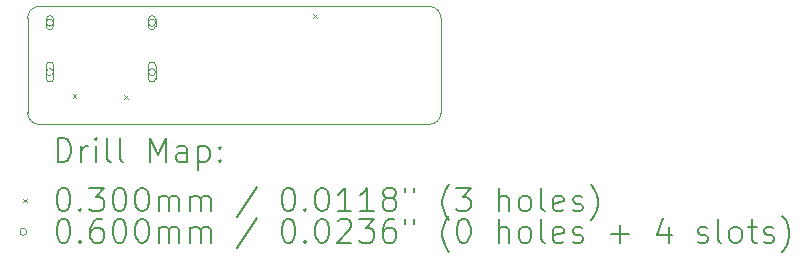
<source format=gbr>
%TF.GenerationSoftware,KiCad,Pcbnew,8.0.3*%
%TF.CreationDate,2024-07-23T17:57:54+08:00*%
%TF.ProjectId,udb-s,7564622d-732e-46b6-9963-61645f706362,rev?*%
%TF.SameCoordinates,Original*%
%TF.FileFunction,Drillmap*%
%TF.FilePolarity,Positive*%
%FSLAX45Y45*%
G04 Gerber Fmt 4.5, Leading zero omitted, Abs format (unit mm)*
G04 Created by KiCad (PCBNEW 8.0.3) date 2024-07-23 17:57:54*
%MOMM*%
%LPD*%
G01*
G04 APERTURE LIST*
%ADD10C,0.100000*%
%ADD11C,0.200000*%
G04 APERTURE END LIST*
D10*
X14350000Y-4050000D02*
X14350000Y-3250000D01*
X14350000Y-3250000D02*
G75*
G02*
X14450000Y-3150000I100000J0D01*
G01*
X14450000Y-3150000D02*
X17750000Y-3150000D01*
X14450000Y-4150000D02*
G75*
G02*
X14350000Y-4050000I0J100000D01*
G01*
X17850000Y-3250000D02*
X17850000Y-4050000D01*
X17750000Y-3150000D02*
G75*
G02*
X17850000Y-3250000I0J-100000D01*
G01*
X17850000Y-4050000D02*
G75*
G02*
X17750000Y-4150000I-100000J0D01*
G01*
X17750000Y-4150000D02*
X14450000Y-4150000D01*
D11*
D10*
X14732500Y-3895000D02*
X14762500Y-3925000D01*
X14762500Y-3895000D02*
X14732500Y-3925000D01*
X15167500Y-3902500D02*
X15197500Y-3932500D01*
X15197500Y-3902500D02*
X15167500Y-3932500D01*
X16770000Y-3215000D02*
X16800000Y-3245000D01*
X16800000Y-3215000D02*
X16770000Y-3245000D01*
X14569500Y-3288000D02*
G75*
G02*
X14509500Y-3288000I-30000J0D01*
G01*
X14509500Y-3288000D02*
G75*
G02*
X14569500Y-3288000I30000J0D01*
G01*
X14569500Y-3318000D02*
X14569500Y-3258000D01*
X14509500Y-3258000D02*
G75*
G02*
X14569500Y-3258000I30000J0D01*
G01*
X14509500Y-3258000D02*
X14509500Y-3318000D01*
X14509500Y-3318000D02*
G75*
G03*
X14569500Y-3318000I30000J0D01*
G01*
X14569500Y-3706000D02*
G75*
G02*
X14509500Y-3706000I-30000J0D01*
G01*
X14509500Y-3706000D02*
G75*
G02*
X14569500Y-3706000I30000J0D01*
G01*
X14569500Y-3761000D02*
X14569500Y-3651000D01*
X14509500Y-3651000D02*
G75*
G02*
X14569500Y-3651000I30000J0D01*
G01*
X14509500Y-3651000D02*
X14509500Y-3761000D01*
X14509500Y-3761000D02*
G75*
G03*
X14569500Y-3761000I30000J0D01*
G01*
X15433500Y-3288000D02*
G75*
G02*
X15373500Y-3288000I-30000J0D01*
G01*
X15373500Y-3288000D02*
G75*
G02*
X15433500Y-3288000I30000J0D01*
G01*
X15433500Y-3318000D02*
X15433500Y-3258000D01*
X15373500Y-3258000D02*
G75*
G02*
X15433500Y-3258000I30000J0D01*
G01*
X15373500Y-3258000D02*
X15373500Y-3318000D01*
X15373500Y-3318000D02*
G75*
G03*
X15433500Y-3318000I30000J0D01*
G01*
X15433500Y-3706000D02*
G75*
G02*
X15373500Y-3706000I-30000J0D01*
G01*
X15373500Y-3706000D02*
G75*
G02*
X15433500Y-3706000I30000J0D01*
G01*
X15433500Y-3761000D02*
X15433500Y-3651000D01*
X15373500Y-3651000D02*
G75*
G02*
X15433500Y-3651000I30000J0D01*
G01*
X15373500Y-3651000D02*
X15373500Y-3761000D01*
X15373500Y-3761000D02*
G75*
G03*
X15433500Y-3761000I30000J0D01*
G01*
D11*
X14605777Y-4466484D02*
X14605777Y-4266484D01*
X14605777Y-4266484D02*
X14653396Y-4266484D01*
X14653396Y-4266484D02*
X14681967Y-4276008D01*
X14681967Y-4276008D02*
X14701015Y-4295055D01*
X14701015Y-4295055D02*
X14710539Y-4314103D01*
X14710539Y-4314103D02*
X14720062Y-4352198D01*
X14720062Y-4352198D02*
X14720062Y-4380770D01*
X14720062Y-4380770D02*
X14710539Y-4418865D01*
X14710539Y-4418865D02*
X14701015Y-4437912D01*
X14701015Y-4437912D02*
X14681967Y-4456960D01*
X14681967Y-4456960D02*
X14653396Y-4466484D01*
X14653396Y-4466484D02*
X14605777Y-4466484D01*
X14805777Y-4466484D02*
X14805777Y-4333150D01*
X14805777Y-4371246D02*
X14815301Y-4352198D01*
X14815301Y-4352198D02*
X14824824Y-4342674D01*
X14824824Y-4342674D02*
X14843872Y-4333150D01*
X14843872Y-4333150D02*
X14862920Y-4333150D01*
X14929586Y-4466484D02*
X14929586Y-4333150D01*
X14929586Y-4266484D02*
X14920062Y-4276008D01*
X14920062Y-4276008D02*
X14929586Y-4285531D01*
X14929586Y-4285531D02*
X14939110Y-4276008D01*
X14939110Y-4276008D02*
X14929586Y-4266484D01*
X14929586Y-4266484D02*
X14929586Y-4285531D01*
X15053396Y-4466484D02*
X15034348Y-4456960D01*
X15034348Y-4456960D02*
X15024824Y-4437912D01*
X15024824Y-4437912D02*
X15024824Y-4266484D01*
X15158158Y-4466484D02*
X15139110Y-4456960D01*
X15139110Y-4456960D02*
X15129586Y-4437912D01*
X15129586Y-4437912D02*
X15129586Y-4266484D01*
X15386729Y-4466484D02*
X15386729Y-4266484D01*
X15386729Y-4266484D02*
X15453396Y-4409341D01*
X15453396Y-4409341D02*
X15520062Y-4266484D01*
X15520062Y-4266484D02*
X15520062Y-4466484D01*
X15701015Y-4466484D02*
X15701015Y-4361722D01*
X15701015Y-4361722D02*
X15691491Y-4342674D01*
X15691491Y-4342674D02*
X15672443Y-4333150D01*
X15672443Y-4333150D02*
X15634348Y-4333150D01*
X15634348Y-4333150D02*
X15615301Y-4342674D01*
X15701015Y-4456960D02*
X15681967Y-4466484D01*
X15681967Y-4466484D02*
X15634348Y-4466484D01*
X15634348Y-4466484D02*
X15615301Y-4456960D01*
X15615301Y-4456960D02*
X15605777Y-4437912D01*
X15605777Y-4437912D02*
X15605777Y-4418865D01*
X15605777Y-4418865D02*
X15615301Y-4399817D01*
X15615301Y-4399817D02*
X15634348Y-4390293D01*
X15634348Y-4390293D02*
X15681967Y-4390293D01*
X15681967Y-4390293D02*
X15701015Y-4380770D01*
X15796253Y-4333150D02*
X15796253Y-4533150D01*
X15796253Y-4342674D02*
X15815301Y-4333150D01*
X15815301Y-4333150D02*
X15853396Y-4333150D01*
X15853396Y-4333150D02*
X15872443Y-4342674D01*
X15872443Y-4342674D02*
X15881967Y-4352198D01*
X15881967Y-4352198D02*
X15891491Y-4371246D01*
X15891491Y-4371246D02*
X15891491Y-4428389D01*
X15891491Y-4428389D02*
X15881967Y-4447436D01*
X15881967Y-4447436D02*
X15872443Y-4456960D01*
X15872443Y-4456960D02*
X15853396Y-4466484D01*
X15853396Y-4466484D02*
X15815301Y-4466484D01*
X15815301Y-4466484D02*
X15796253Y-4456960D01*
X15977205Y-4447436D02*
X15986729Y-4456960D01*
X15986729Y-4456960D02*
X15977205Y-4466484D01*
X15977205Y-4466484D02*
X15967682Y-4456960D01*
X15967682Y-4456960D02*
X15977205Y-4447436D01*
X15977205Y-4447436D02*
X15977205Y-4466484D01*
X15977205Y-4342674D02*
X15986729Y-4352198D01*
X15986729Y-4352198D02*
X15977205Y-4361722D01*
X15977205Y-4361722D02*
X15967682Y-4352198D01*
X15967682Y-4352198D02*
X15977205Y-4342674D01*
X15977205Y-4342674D02*
X15977205Y-4361722D01*
D10*
X14315000Y-4780000D02*
X14345000Y-4810000D01*
X14345000Y-4780000D02*
X14315000Y-4810000D01*
D11*
X14643872Y-4686484D02*
X14662920Y-4686484D01*
X14662920Y-4686484D02*
X14681967Y-4696008D01*
X14681967Y-4696008D02*
X14691491Y-4705531D01*
X14691491Y-4705531D02*
X14701015Y-4724579D01*
X14701015Y-4724579D02*
X14710539Y-4762674D01*
X14710539Y-4762674D02*
X14710539Y-4810293D01*
X14710539Y-4810293D02*
X14701015Y-4848389D01*
X14701015Y-4848389D02*
X14691491Y-4867436D01*
X14691491Y-4867436D02*
X14681967Y-4876960D01*
X14681967Y-4876960D02*
X14662920Y-4886484D01*
X14662920Y-4886484D02*
X14643872Y-4886484D01*
X14643872Y-4886484D02*
X14624824Y-4876960D01*
X14624824Y-4876960D02*
X14615301Y-4867436D01*
X14615301Y-4867436D02*
X14605777Y-4848389D01*
X14605777Y-4848389D02*
X14596253Y-4810293D01*
X14596253Y-4810293D02*
X14596253Y-4762674D01*
X14596253Y-4762674D02*
X14605777Y-4724579D01*
X14605777Y-4724579D02*
X14615301Y-4705531D01*
X14615301Y-4705531D02*
X14624824Y-4696008D01*
X14624824Y-4696008D02*
X14643872Y-4686484D01*
X14796253Y-4867436D02*
X14805777Y-4876960D01*
X14805777Y-4876960D02*
X14796253Y-4886484D01*
X14796253Y-4886484D02*
X14786729Y-4876960D01*
X14786729Y-4876960D02*
X14796253Y-4867436D01*
X14796253Y-4867436D02*
X14796253Y-4886484D01*
X14872443Y-4686484D02*
X14996253Y-4686484D01*
X14996253Y-4686484D02*
X14929586Y-4762674D01*
X14929586Y-4762674D02*
X14958158Y-4762674D01*
X14958158Y-4762674D02*
X14977205Y-4772198D01*
X14977205Y-4772198D02*
X14986729Y-4781722D01*
X14986729Y-4781722D02*
X14996253Y-4800770D01*
X14996253Y-4800770D02*
X14996253Y-4848389D01*
X14996253Y-4848389D02*
X14986729Y-4867436D01*
X14986729Y-4867436D02*
X14977205Y-4876960D01*
X14977205Y-4876960D02*
X14958158Y-4886484D01*
X14958158Y-4886484D02*
X14901015Y-4886484D01*
X14901015Y-4886484D02*
X14881967Y-4876960D01*
X14881967Y-4876960D02*
X14872443Y-4867436D01*
X15120062Y-4686484D02*
X15139110Y-4686484D01*
X15139110Y-4686484D02*
X15158158Y-4696008D01*
X15158158Y-4696008D02*
X15167682Y-4705531D01*
X15167682Y-4705531D02*
X15177205Y-4724579D01*
X15177205Y-4724579D02*
X15186729Y-4762674D01*
X15186729Y-4762674D02*
X15186729Y-4810293D01*
X15186729Y-4810293D02*
X15177205Y-4848389D01*
X15177205Y-4848389D02*
X15167682Y-4867436D01*
X15167682Y-4867436D02*
X15158158Y-4876960D01*
X15158158Y-4876960D02*
X15139110Y-4886484D01*
X15139110Y-4886484D02*
X15120062Y-4886484D01*
X15120062Y-4886484D02*
X15101015Y-4876960D01*
X15101015Y-4876960D02*
X15091491Y-4867436D01*
X15091491Y-4867436D02*
X15081967Y-4848389D01*
X15081967Y-4848389D02*
X15072443Y-4810293D01*
X15072443Y-4810293D02*
X15072443Y-4762674D01*
X15072443Y-4762674D02*
X15081967Y-4724579D01*
X15081967Y-4724579D02*
X15091491Y-4705531D01*
X15091491Y-4705531D02*
X15101015Y-4696008D01*
X15101015Y-4696008D02*
X15120062Y-4686484D01*
X15310539Y-4686484D02*
X15329586Y-4686484D01*
X15329586Y-4686484D02*
X15348634Y-4696008D01*
X15348634Y-4696008D02*
X15358158Y-4705531D01*
X15358158Y-4705531D02*
X15367682Y-4724579D01*
X15367682Y-4724579D02*
X15377205Y-4762674D01*
X15377205Y-4762674D02*
X15377205Y-4810293D01*
X15377205Y-4810293D02*
X15367682Y-4848389D01*
X15367682Y-4848389D02*
X15358158Y-4867436D01*
X15358158Y-4867436D02*
X15348634Y-4876960D01*
X15348634Y-4876960D02*
X15329586Y-4886484D01*
X15329586Y-4886484D02*
X15310539Y-4886484D01*
X15310539Y-4886484D02*
X15291491Y-4876960D01*
X15291491Y-4876960D02*
X15281967Y-4867436D01*
X15281967Y-4867436D02*
X15272443Y-4848389D01*
X15272443Y-4848389D02*
X15262920Y-4810293D01*
X15262920Y-4810293D02*
X15262920Y-4762674D01*
X15262920Y-4762674D02*
X15272443Y-4724579D01*
X15272443Y-4724579D02*
X15281967Y-4705531D01*
X15281967Y-4705531D02*
X15291491Y-4696008D01*
X15291491Y-4696008D02*
X15310539Y-4686484D01*
X15462920Y-4886484D02*
X15462920Y-4753150D01*
X15462920Y-4772198D02*
X15472443Y-4762674D01*
X15472443Y-4762674D02*
X15491491Y-4753150D01*
X15491491Y-4753150D02*
X15520063Y-4753150D01*
X15520063Y-4753150D02*
X15539110Y-4762674D01*
X15539110Y-4762674D02*
X15548634Y-4781722D01*
X15548634Y-4781722D02*
X15548634Y-4886484D01*
X15548634Y-4781722D02*
X15558158Y-4762674D01*
X15558158Y-4762674D02*
X15577205Y-4753150D01*
X15577205Y-4753150D02*
X15605777Y-4753150D01*
X15605777Y-4753150D02*
X15624824Y-4762674D01*
X15624824Y-4762674D02*
X15634348Y-4781722D01*
X15634348Y-4781722D02*
X15634348Y-4886484D01*
X15729586Y-4886484D02*
X15729586Y-4753150D01*
X15729586Y-4772198D02*
X15739110Y-4762674D01*
X15739110Y-4762674D02*
X15758158Y-4753150D01*
X15758158Y-4753150D02*
X15786729Y-4753150D01*
X15786729Y-4753150D02*
X15805777Y-4762674D01*
X15805777Y-4762674D02*
X15815301Y-4781722D01*
X15815301Y-4781722D02*
X15815301Y-4886484D01*
X15815301Y-4781722D02*
X15824824Y-4762674D01*
X15824824Y-4762674D02*
X15843872Y-4753150D01*
X15843872Y-4753150D02*
X15872443Y-4753150D01*
X15872443Y-4753150D02*
X15891491Y-4762674D01*
X15891491Y-4762674D02*
X15901015Y-4781722D01*
X15901015Y-4781722D02*
X15901015Y-4886484D01*
X16291491Y-4676960D02*
X16120063Y-4934103D01*
X16548634Y-4686484D02*
X16567682Y-4686484D01*
X16567682Y-4686484D02*
X16586729Y-4696008D01*
X16586729Y-4696008D02*
X16596253Y-4705531D01*
X16596253Y-4705531D02*
X16605777Y-4724579D01*
X16605777Y-4724579D02*
X16615301Y-4762674D01*
X16615301Y-4762674D02*
X16615301Y-4810293D01*
X16615301Y-4810293D02*
X16605777Y-4848389D01*
X16605777Y-4848389D02*
X16596253Y-4867436D01*
X16596253Y-4867436D02*
X16586729Y-4876960D01*
X16586729Y-4876960D02*
X16567682Y-4886484D01*
X16567682Y-4886484D02*
X16548634Y-4886484D01*
X16548634Y-4886484D02*
X16529586Y-4876960D01*
X16529586Y-4876960D02*
X16520063Y-4867436D01*
X16520063Y-4867436D02*
X16510539Y-4848389D01*
X16510539Y-4848389D02*
X16501015Y-4810293D01*
X16501015Y-4810293D02*
X16501015Y-4762674D01*
X16501015Y-4762674D02*
X16510539Y-4724579D01*
X16510539Y-4724579D02*
X16520063Y-4705531D01*
X16520063Y-4705531D02*
X16529586Y-4696008D01*
X16529586Y-4696008D02*
X16548634Y-4686484D01*
X16701015Y-4867436D02*
X16710539Y-4876960D01*
X16710539Y-4876960D02*
X16701015Y-4886484D01*
X16701015Y-4886484D02*
X16691491Y-4876960D01*
X16691491Y-4876960D02*
X16701015Y-4867436D01*
X16701015Y-4867436D02*
X16701015Y-4886484D01*
X16834348Y-4686484D02*
X16853396Y-4686484D01*
X16853396Y-4686484D02*
X16872444Y-4696008D01*
X16872444Y-4696008D02*
X16881968Y-4705531D01*
X16881968Y-4705531D02*
X16891491Y-4724579D01*
X16891491Y-4724579D02*
X16901015Y-4762674D01*
X16901015Y-4762674D02*
X16901015Y-4810293D01*
X16901015Y-4810293D02*
X16891491Y-4848389D01*
X16891491Y-4848389D02*
X16881968Y-4867436D01*
X16881968Y-4867436D02*
X16872444Y-4876960D01*
X16872444Y-4876960D02*
X16853396Y-4886484D01*
X16853396Y-4886484D02*
X16834348Y-4886484D01*
X16834348Y-4886484D02*
X16815301Y-4876960D01*
X16815301Y-4876960D02*
X16805777Y-4867436D01*
X16805777Y-4867436D02*
X16796253Y-4848389D01*
X16796253Y-4848389D02*
X16786729Y-4810293D01*
X16786729Y-4810293D02*
X16786729Y-4762674D01*
X16786729Y-4762674D02*
X16796253Y-4724579D01*
X16796253Y-4724579D02*
X16805777Y-4705531D01*
X16805777Y-4705531D02*
X16815301Y-4696008D01*
X16815301Y-4696008D02*
X16834348Y-4686484D01*
X17091491Y-4886484D02*
X16977206Y-4886484D01*
X17034348Y-4886484D02*
X17034348Y-4686484D01*
X17034348Y-4686484D02*
X17015301Y-4715055D01*
X17015301Y-4715055D02*
X16996253Y-4734103D01*
X16996253Y-4734103D02*
X16977206Y-4743627D01*
X17281968Y-4886484D02*
X17167682Y-4886484D01*
X17224825Y-4886484D02*
X17224825Y-4686484D01*
X17224825Y-4686484D02*
X17205777Y-4715055D01*
X17205777Y-4715055D02*
X17186729Y-4734103D01*
X17186729Y-4734103D02*
X17167682Y-4743627D01*
X17396253Y-4772198D02*
X17377206Y-4762674D01*
X17377206Y-4762674D02*
X17367682Y-4753150D01*
X17367682Y-4753150D02*
X17358158Y-4734103D01*
X17358158Y-4734103D02*
X17358158Y-4724579D01*
X17358158Y-4724579D02*
X17367682Y-4705531D01*
X17367682Y-4705531D02*
X17377206Y-4696008D01*
X17377206Y-4696008D02*
X17396253Y-4686484D01*
X17396253Y-4686484D02*
X17434349Y-4686484D01*
X17434349Y-4686484D02*
X17453396Y-4696008D01*
X17453396Y-4696008D02*
X17462920Y-4705531D01*
X17462920Y-4705531D02*
X17472444Y-4724579D01*
X17472444Y-4724579D02*
X17472444Y-4734103D01*
X17472444Y-4734103D02*
X17462920Y-4753150D01*
X17462920Y-4753150D02*
X17453396Y-4762674D01*
X17453396Y-4762674D02*
X17434349Y-4772198D01*
X17434349Y-4772198D02*
X17396253Y-4772198D01*
X17396253Y-4772198D02*
X17377206Y-4781722D01*
X17377206Y-4781722D02*
X17367682Y-4791246D01*
X17367682Y-4791246D02*
X17358158Y-4810293D01*
X17358158Y-4810293D02*
X17358158Y-4848389D01*
X17358158Y-4848389D02*
X17367682Y-4867436D01*
X17367682Y-4867436D02*
X17377206Y-4876960D01*
X17377206Y-4876960D02*
X17396253Y-4886484D01*
X17396253Y-4886484D02*
X17434349Y-4886484D01*
X17434349Y-4886484D02*
X17453396Y-4876960D01*
X17453396Y-4876960D02*
X17462920Y-4867436D01*
X17462920Y-4867436D02*
X17472444Y-4848389D01*
X17472444Y-4848389D02*
X17472444Y-4810293D01*
X17472444Y-4810293D02*
X17462920Y-4791246D01*
X17462920Y-4791246D02*
X17453396Y-4781722D01*
X17453396Y-4781722D02*
X17434349Y-4772198D01*
X17548634Y-4686484D02*
X17548634Y-4724579D01*
X17624825Y-4686484D02*
X17624825Y-4724579D01*
X17920063Y-4962674D02*
X17910539Y-4953150D01*
X17910539Y-4953150D02*
X17891491Y-4924579D01*
X17891491Y-4924579D02*
X17881968Y-4905531D01*
X17881968Y-4905531D02*
X17872444Y-4876960D01*
X17872444Y-4876960D02*
X17862920Y-4829341D01*
X17862920Y-4829341D02*
X17862920Y-4791246D01*
X17862920Y-4791246D02*
X17872444Y-4743627D01*
X17872444Y-4743627D02*
X17881968Y-4715055D01*
X17881968Y-4715055D02*
X17891491Y-4696008D01*
X17891491Y-4696008D02*
X17910539Y-4667436D01*
X17910539Y-4667436D02*
X17920063Y-4657912D01*
X17977206Y-4686484D02*
X18101015Y-4686484D01*
X18101015Y-4686484D02*
X18034349Y-4762674D01*
X18034349Y-4762674D02*
X18062920Y-4762674D01*
X18062920Y-4762674D02*
X18081968Y-4772198D01*
X18081968Y-4772198D02*
X18091491Y-4781722D01*
X18091491Y-4781722D02*
X18101015Y-4800770D01*
X18101015Y-4800770D02*
X18101015Y-4848389D01*
X18101015Y-4848389D02*
X18091491Y-4867436D01*
X18091491Y-4867436D02*
X18081968Y-4876960D01*
X18081968Y-4876960D02*
X18062920Y-4886484D01*
X18062920Y-4886484D02*
X18005777Y-4886484D01*
X18005777Y-4886484D02*
X17986730Y-4876960D01*
X17986730Y-4876960D02*
X17977206Y-4867436D01*
X18339111Y-4886484D02*
X18339111Y-4686484D01*
X18424825Y-4886484D02*
X18424825Y-4781722D01*
X18424825Y-4781722D02*
X18415301Y-4762674D01*
X18415301Y-4762674D02*
X18396253Y-4753150D01*
X18396253Y-4753150D02*
X18367682Y-4753150D01*
X18367682Y-4753150D02*
X18348634Y-4762674D01*
X18348634Y-4762674D02*
X18339111Y-4772198D01*
X18548634Y-4886484D02*
X18529587Y-4876960D01*
X18529587Y-4876960D02*
X18520063Y-4867436D01*
X18520063Y-4867436D02*
X18510539Y-4848389D01*
X18510539Y-4848389D02*
X18510539Y-4791246D01*
X18510539Y-4791246D02*
X18520063Y-4772198D01*
X18520063Y-4772198D02*
X18529587Y-4762674D01*
X18529587Y-4762674D02*
X18548634Y-4753150D01*
X18548634Y-4753150D02*
X18577206Y-4753150D01*
X18577206Y-4753150D02*
X18596253Y-4762674D01*
X18596253Y-4762674D02*
X18605777Y-4772198D01*
X18605777Y-4772198D02*
X18615301Y-4791246D01*
X18615301Y-4791246D02*
X18615301Y-4848389D01*
X18615301Y-4848389D02*
X18605777Y-4867436D01*
X18605777Y-4867436D02*
X18596253Y-4876960D01*
X18596253Y-4876960D02*
X18577206Y-4886484D01*
X18577206Y-4886484D02*
X18548634Y-4886484D01*
X18729587Y-4886484D02*
X18710539Y-4876960D01*
X18710539Y-4876960D02*
X18701015Y-4857912D01*
X18701015Y-4857912D02*
X18701015Y-4686484D01*
X18881968Y-4876960D02*
X18862920Y-4886484D01*
X18862920Y-4886484D02*
X18824825Y-4886484D01*
X18824825Y-4886484D02*
X18805777Y-4876960D01*
X18805777Y-4876960D02*
X18796253Y-4857912D01*
X18796253Y-4857912D02*
X18796253Y-4781722D01*
X18796253Y-4781722D02*
X18805777Y-4762674D01*
X18805777Y-4762674D02*
X18824825Y-4753150D01*
X18824825Y-4753150D02*
X18862920Y-4753150D01*
X18862920Y-4753150D02*
X18881968Y-4762674D01*
X18881968Y-4762674D02*
X18891492Y-4781722D01*
X18891492Y-4781722D02*
X18891492Y-4800770D01*
X18891492Y-4800770D02*
X18796253Y-4819817D01*
X18967682Y-4876960D02*
X18986730Y-4886484D01*
X18986730Y-4886484D02*
X19024825Y-4886484D01*
X19024825Y-4886484D02*
X19043873Y-4876960D01*
X19043873Y-4876960D02*
X19053396Y-4857912D01*
X19053396Y-4857912D02*
X19053396Y-4848389D01*
X19053396Y-4848389D02*
X19043873Y-4829341D01*
X19043873Y-4829341D02*
X19024825Y-4819817D01*
X19024825Y-4819817D02*
X18996253Y-4819817D01*
X18996253Y-4819817D02*
X18977206Y-4810293D01*
X18977206Y-4810293D02*
X18967682Y-4791246D01*
X18967682Y-4791246D02*
X18967682Y-4781722D01*
X18967682Y-4781722D02*
X18977206Y-4762674D01*
X18977206Y-4762674D02*
X18996253Y-4753150D01*
X18996253Y-4753150D02*
X19024825Y-4753150D01*
X19024825Y-4753150D02*
X19043873Y-4762674D01*
X19120063Y-4962674D02*
X19129587Y-4953150D01*
X19129587Y-4953150D02*
X19148634Y-4924579D01*
X19148634Y-4924579D02*
X19158158Y-4905531D01*
X19158158Y-4905531D02*
X19167682Y-4876960D01*
X19167682Y-4876960D02*
X19177206Y-4829341D01*
X19177206Y-4829341D02*
X19177206Y-4791246D01*
X19177206Y-4791246D02*
X19167682Y-4743627D01*
X19167682Y-4743627D02*
X19158158Y-4715055D01*
X19158158Y-4715055D02*
X19148634Y-4696008D01*
X19148634Y-4696008D02*
X19129587Y-4667436D01*
X19129587Y-4667436D02*
X19120063Y-4657912D01*
D10*
X14345000Y-5059000D02*
G75*
G02*
X14285000Y-5059000I-30000J0D01*
G01*
X14285000Y-5059000D02*
G75*
G02*
X14345000Y-5059000I30000J0D01*
G01*
D11*
X14643872Y-4950484D02*
X14662920Y-4950484D01*
X14662920Y-4950484D02*
X14681967Y-4960008D01*
X14681967Y-4960008D02*
X14691491Y-4969531D01*
X14691491Y-4969531D02*
X14701015Y-4988579D01*
X14701015Y-4988579D02*
X14710539Y-5026674D01*
X14710539Y-5026674D02*
X14710539Y-5074293D01*
X14710539Y-5074293D02*
X14701015Y-5112389D01*
X14701015Y-5112389D02*
X14691491Y-5131436D01*
X14691491Y-5131436D02*
X14681967Y-5140960D01*
X14681967Y-5140960D02*
X14662920Y-5150484D01*
X14662920Y-5150484D02*
X14643872Y-5150484D01*
X14643872Y-5150484D02*
X14624824Y-5140960D01*
X14624824Y-5140960D02*
X14615301Y-5131436D01*
X14615301Y-5131436D02*
X14605777Y-5112389D01*
X14605777Y-5112389D02*
X14596253Y-5074293D01*
X14596253Y-5074293D02*
X14596253Y-5026674D01*
X14596253Y-5026674D02*
X14605777Y-4988579D01*
X14605777Y-4988579D02*
X14615301Y-4969531D01*
X14615301Y-4969531D02*
X14624824Y-4960008D01*
X14624824Y-4960008D02*
X14643872Y-4950484D01*
X14796253Y-5131436D02*
X14805777Y-5140960D01*
X14805777Y-5140960D02*
X14796253Y-5150484D01*
X14796253Y-5150484D02*
X14786729Y-5140960D01*
X14786729Y-5140960D02*
X14796253Y-5131436D01*
X14796253Y-5131436D02*
X14796253Y-5150484D01*
X14977205Y-4950484D02*
X14939110Y-4950484D01*
X14939110Y-4950484D02*
X14920062Y-4960008D01*
X14920062Y-4960008D02*
X14910539Y-4969531D01*
X14910539Y-4969531D02*
X14891491Y-4998103D01*
X14891491Y-4998103D02*
X14881967Y-5036198D01*
X14881967Y-5036198D02*
X14881967Y-5112389D01*
X14881967Y-5112389D02*
X14891491Y-5131436D01*
X14891491Y-5131436D02*
X14901015Y-5140960D01*
X14901015Y-5140960D02*
X14920062Y-5150484D01*
X14920062Y-5150484D02*
X14958158Y-5150484D01*
X14958158Y-5150484D02*
X14977205Y-5140960D01*
X14977205Y-5140960D02*
X14986729Y-5131436D01*
X14986729Y-5131436D02*
X14996253Y-5112389D01*
X14996253Y-5112389D02*
X14996253Y-5064770D01*
X14996253Y-5064770D02*
X14986729Y-5045722D01*
X14986729Y-5045722D02*
X14977205Y-5036198D01*
X14977205Y-5036198D02*
X14958158Y-5026674D01*
X14958158Y-5026674D02*
X14920062Y-5026674D01*
X14920062Y-5026674D02*
X14901015Y-5036198D01*
X14901015Y-5036198D02*
X14891491Y-5045722D01*
X14891491Y-5045722D02*
X14881967Y-5064770D01*
X15120062Y-4950484D02*
X15139110Y-4950484D01*
X15139110Y-4950484D02*
X15158158Y-4960008D01*
X15158158Y-4960008D02*
X15167682Y-4969531D01*
X15167682Y-4969531D02*
X15177205Y-4988579D01*
X15177205Y-4988579D02*
X15186729Y-5026674D01*
X15186729Y-5026674D02*
X15186729Y-5074293D01*
X15186729Y-5074293D02*
X15177205Y-5112389D01*
X15177205Y-5112389D02*
X15167682Y-5131436D01*
X15167682Y-5131436D02*
X15158158Y-5140960D01*
X15158158Y-5140960D02*
X15139110Y-5150484D01*
X15139110Y-5150484D02*
X15120062Y-5150484D01*
X15120062Y-5150484D02*
X15101015Y-5140960D01*
X15101015Y-5140960D02*
X15091491Y-5131436D01*
X15091491Y-5131436D02*
X15081967Y-5112389D01*
X15081967Y-5112389D02*
X15072443Y-5074293D01*
X15072443Y-5074293D02*
X15072443Y-5026674D01*
X15072443Y-5026674D02*
X15081967Y-4988579D01*
X15081967Y-4988579D02*
X15091491Y-4969531D01*
X15091491Y-4969531D02*
X15101015Y-4960008D01*
X15101015Y-4960008D02*
X15120062Y-4950484D01*
X15310539Y-4950484D02*
X15329586Y-4950484D01*
X15329586Y-4950484D02*
X15348634Y-4960008D01*
X15348634Y-4960008D02*
X15358158Y-4969531D01*
X15358158Y-4969531D02*
X15367682Y-4988579D01*
X15367682Y-4988579D02*
X15377205Y-5026674D01*
X15377205Y-5026674D02*
X15377205Y-5074293D01*
X15377205Y-5074293D02*
X15367682Y-5112389D01*
X15367682Y-5112389D02*
X15358158Y-5131436D01*
X15358158Y-5131436D02*
X15348634Y-5140960D01*
X15348634Y-5140960D02*
X15329586Y-5150484D01*
X15329586Y-5150484D02*
X15310539Y-5150484D01*
X15310539Y-5150484D02*
X15291491Y-5140960D01*
X15291491Y-5140960D02*
X15281967Y-5131436D01*
X15281967Y-5131436D02*
X15272443Y-5112389D01*
X15272443Y-5112389D02*
X15262920Y-5074293D01*
X15262920Y-5074293D02*
X15262920Y-5026674D01*
X15262920Y-5026674D02*
X15272443Y-4988579D01*
X15272443Y-4988579D02*
X15281967Y-4969531D01*
X15281967Y-4969531D02*
X15291491Y-4960008D01*
X15291491Y-4960008D02*
X15310539Y-4950484D01*
X15462920Y-5150484D02*
X15462920Y-5017150D01*
X15462920Y-5036198D02*
X15472443Y-5026674D01*
X15472443Y-5026674D02*
X15491491Y-5017150D01*
X15491491Y-5017150D02*
X15520063Y-5017150D01*
X15520063Y-5017150D02*
X15539110Y-5026674D01*
X15539110Y-5026674D02*
X15548634Y-5045722D01*
X15548634Y-5045722D02*
X15548634Y-5150484D01*
X15548634Y-5045722D02*
X15558158Y-5026674D01*
X15558158Y-5026674D02*
X15577205Y-5017150D01*
X15577205Y-5017150D02*
X15605777Y-5017150D01*
X15605777Y-5017150D02*
X15624824Y-5026674D01*
X15624824Y-5026674D02*
X15634348Y-5045722D01*
X15634348Y-5045722D02*
X15634348Y-5150484D01*
X15729586Y-5150484D02*
X15729586Y-5017150D01*
X15729586Y-5036198D02*
X15739110Y-5026674D01*
X15739110Y-5026674D02*
X15758158Y-5017150D01*
X15758158Y-5017150D02*
X15786729Y-5017150D01*
X15786729Y-5017150D02*
X15805777Y-5026674D01*
X15805777Y-5026674D02*
X15815301Y-5045722D01*
X15815301Y-5045722D02*
X15815301Y-5150484D01*
X15815301Y-5045722D02*
X15824824Y-5026674D01*
X15824824Y-5026674D02*
X15843872Y-5017150D01*
X15843872Y-5017150D02*
X15872443Y-5017150D01*
X15872443Y-5017150D02*
X15891491Y-5026674D01*
X15891491Y-5026674D02*
X15901015Y-5045722D01*
X15901015Y-5045722D02*
X15901015Y-5150484D01*
X16291491Y-4940960D02*
X16120063Y-5198103D01*
X16548634Y-4950484D02*
X16567682Y-4950484D01*
X16567682Y-4950484D02*
X16586729Y-4960008D01*
X16586729Y-4960008D02*
X16596253Y-4969531D01*
X16596253Y-4969531D02*
X16605777Y-4988579D01*
X16605777Y-4988579D02*
X16615301Y-5026674D01*
X16615301Y-5026674D02*
X16615301Y-5074293D01*
X16615301Y-5074293D02*
X16605777Y-5112389D01*
X16605777Y-5112389D02*
X16596253Y-5131436D01*
X16596253Y-5131436D02*
X16586729Y-5140960D01*
X16586729Y-5140960D02*
X16567682Y-5150484D01*
X16567682Y-5150484D02*
X16548634Y-5150484D01*
X16548634Y-5150484D02*
X16529586Y-5140960D01*
X16529586Y-5140960D02*
X16520063Y-5131436D01*
X16520063Y-5131436D02*
X16510539Y-5112389D01*
X16510539Y-5112389D02*
X16501015Y-5074293D01*
X16501015Y-5074293D02*
X16501015Y-5026674D01*
X16501015Y-5026674D02*
X16510539Y-4988579D01*
X16510539Y-4988579D02*
X16520063Y-4969531D01*
X16520063Y-4969531D02*
X16529586Y-4960008D01*
X16529586Y-4960008D02*
X16548634Y-4950484D01*
X16701015Y-5131436D02*
X16710539Y-5140960D01*
X16710539Y-5140960D02*
X16701015Y-5150484D01*
X16701015Y-5150484D02*
X16691491Y-5140960D01*
X16691491Y-5140960D02*
X16701015Y-5131436D01*
X16701015Y-5131436D02*
X16701015Y-5150484D01*
X16834348Y-4950484D02*
X16853396Y-4950484D01*
X16853396Y-4950484D02*
X16872444Y-4960008D01*
X16872444Y-4960008D02*
X16881968Y-4969531D01*
X16881968Y-4969531D02*
X16891491Y-4988579D01*
X16891491Y-4988579D02*
X16901015Y-5026674D01*
X16901015Y-5026674D02*
X16901015Y-5074293D01*
X16901015Y-5074293D02*
X16891491Y-5112389D01*
X16891491Y-5112389D02*
X16881968Y-5131436D01*
X16881968Y-5131436D02*
X16872444Y-5140960D01*
X16872444Y-5140960D02*
X16853396Y-5150484D01*
X16853396Y-5150484D02*
X16834348Y-5150484D01*
X16834348Y-5150484D02*
X16815301Y-5140960D01*
X16815301Y-5140960D02*
X16805777Y-5131436D01*
X16805777Y-5131436D02*
X16796253Y-5112389D01*
X16796253Y-5112389D02*
X16786729Y-5074293D01*
X16786729Y-5074293D02*
X16786729Y-5026674D01*
X16786729Y-5026674D02*
X16796253Y-4988579D01*
X16796253Y-4988579D02*
X16805777Y-4969531D01*
X16805777Y-4969531D02*
X16815301Y-4960008D01*
X16815301Y-4960008D02*
X16834348Y-4950484D01*
X16977206Y-4969531D02*
X16986729Y-4960008D01*
X16986729Y-4960008D02*
X17005777Y-4950484D01*
X17005777Y-4950484D02*
X17053396Y-4950484D01*
X17053396Y-4950484D02*
X17072444Y-4960008D01*
X17072444Y-4960008D02*
X17081968Y-4969531D01*
X17081968Y-4969531D02*
X17091491Y-4988579D01*
X17091491Y-4988579D02*
X17091491Y-5007627D01*
X17091491Y-5007627D02*
X17081968Y-5036198D01*
X17081968Y-5036198D02*
X16967682Y-5150484D01*
X16967682Y-5150484D02*
X17091491Y-5150484D01*
X17158158Y-4950484D02*
X17281968Y-4950484D01*
X17281968Y-4950484D02*
X17215301Y-5026674D01*
X17215301Y-5026674D02*
X17243872Y-5026674D01*
X17243872Y-5026674D02*
X17262920Y-5036198D01*
X17262920Y-5036198D02*
X17272444Y-5045722D01*
X17272444Y-5045722D02*
X17281968Y-5064770D01*
X17281968Y-5064770D02*
X17281968Y-5112389D01*
X17281968Y-5112389D02*
X17272444Y-5131436D01*
X17272444Y-5131436D02*
X17262920Y-5140960D01*
X17262920Y-5140960D02*
X17243872Y-5150484D01*
X17243872Y-5150484D02*
X17186729Y-5150484D01*
X17186729Y-5150484D02*
X17167682Y-5140960D01*
X17167682Y-5140960D02*
X17158158Y-5131436D01*
X17453396Y-4950484D02*
X17415301Y-4950484D01*
X17415301Y-4950484D02*
X17396253Y-4960008D01*
X17396253Y-4960008D02*
X17386729Y-4969531D01*
X17386729Y-4969531D02*
X17367682Y-4998103D01*
X17367682Y-4998103D02*
X17358158Y-5036198D01*
X17358158Y-5036198D02*
X17358158Y-5112389D01*
X17358158Y-5112389D02*
X17367682Y-5131436D01*
X17367682Y-5131436D02*
X17377206Y-5140960D01*
X17377206Y-5140960D02*
X17396253Y-5150484D01*
X17396253Y-5150484D02*
X17434349Y-5150484D01*
X17434349Y-5150484D02*
X17453396Y-5140960D01*
X17453396Y-5140960D02*
X17462920Y-5131436D01*
X17462920Y-5131436D02*
X17472444Y-5112389D01*
X17472444Y-5112389D02*
X17472444Y-5064770D01*
X17472444Y-5064770D02*
X17462920Y-5045722D01*
X17462920Y-5045722D02*
X17453396Y-5036198D01*
X17453396Y-5036198D02*
X17434349Y-5026674D01*
X17434349Y-5026674D02*
X17396253Y-5026674D01*
X17396253Y-5026674D02*
X17377206Y-5036198D01*
X17377206Y-5036198D02*
X17367682Y-5045722D01*
X17367682Y-5045722D02*
X17358158Y-5064770D01*
X17548634Y-4950484D02*
X17548634Y-4988579D01*
X17624825Y-4950484D02*
X17624825Y-4988579D01*
X17920063Y-5226674D02*
X17910539Y-5217150D01*
X17910539Y-5217150D02*
X17891491Y-5188579D01*
X17891491Y-5188579D02*
X17881968Y-5169531D01*
X17881968Y-5169531D02*
X17872444Y-5140960D01*
X17872444Y-5140960D02*
X17862920Y-5093341D01*
X17862920Y-5093341D02*
X17862920Y-5055246D01*
X17862920Y-5055246D02*
X17872444Y-5007627D01*
X17872444Y-5007627D02*
X17881968Y-4979055D01*
X17881968Y-4979055D02*
X17891491Y-4960008D01*
X17891491Y-4960008D02*
X17910539Y-4931436D01*
X17910539Y-4931436D02*
X17920063Y-4921912D01*
X18034349Y-4950484D02*
X18053396Y-4950484D01*
X18053396Y-4950484D02*
X18072444Y-4960008D01*
X18072444Y-4960008D02*
X18081968Y-4969531D01*
X18081968Y-4969531D02*
X18091491Y-4988579D01*
X18091491Y-4988579D02*
X18101015Y-5026674D01*
X18101015Y-5026674D02*
X18101015Y-5074293D01*
X18101015Y-5074293D02*
X18091491Y-5112389D01*
X18091491Y-5112389D02*
X18081968Y-5131436D01*
X18081968Y-5131436D02*
X18072444Y-5140960D01*
X18072444Y-5140960D02*
X18053396Y-5150484D01*
X18053396Y-5150484D02*
X18034349Y-5150484D01*
X18034349Y-5150484D02*
X18015301Y-5140960D01*
X18015301Y-5140960D02*
X18005777Y-5131436D01*
X18005777Y-5131436D02*
X17996253Y-5112389D01*
X17996253Y-5112389D02*
X17986730Y-5074293D01*
X17986730Y-5074293D02*
X17986730Y-5026674D01*
X17986730Y-5026674D02*
X17996253Y-4988579D01*
X17996253Y-4988579D02*
X18005777Y-4969531D01*
X18005777Y-4969531D02*
X18015301Y-4960008D01*
X18015301Y-4960008D02*
X18034349Y-4950484D01*
X18339111Y-5150484D02*
X18339111Y-4950484D01*
X18424825Y-5150484D02*
X18424825Y-5045722D01*
X18424825Y-5045722D02*
X18415301Y-5026674D01*
X18415301Y-5026674D02*
X18396253Y-5017150D01*
X18396253Y-5017150D02*
X18367682Y-5017150D01*
X18367682Y-5017150D02*
X18348634Y-5026674D01*
X18348634Y-5026674D02*
X18339111Y-5036198D01*
X18548634Y-5150484D02*
X18529587Y-5140960D01*
X18529587Y-5140960D02*
X18520063Y-5131436D01*
X18520063Y-5131436D02*
X18510539Y-5112389D01*
X18510539Y-5112389D02*
X18510539Y-5055246D01*
X18510539Y-5055246D02*
X18520063Y-5036198D01*
X18520063Y-5036198D02*
X18529587Y-5026674D01*
X18529587Y-5026674D02*
X18548634Y-5017150D01*
X18548634Y-5017150D02*
X18577206Y-5017150D01*
X18577206Y-5017150D02*
X18596253Y-5026674D01*
X18596253Y-5026674D02*
X18605777Y-5036198D01*
X18605777Y-5036198D02*
X18615301Y-5055246D01*
X18615301Y-5055246D02*
X18615301Y-5112389D01*
X18615301Y-5112389D02*
X18605777Y-5131436D01*
X18605777Y-5131436D02*
X18596253Y-5140960D01*
X18596253Y-5140960D02*
X18577206Y-5150484D01*
X18577206Y-5150484D02*
X18548634Y-5150484D01*
X18729587Y-5150484D02*
X18710539Y-5140960D01*
X18710539Y-5140960D02*
X18701015Y-5121912D01*
X18701015Y-5121912D02*
X18701015Y-4950484D01*
X18881968Y-5140960D02*
X18862920Y-5150484D01*
X18862920Y-5150484D02*
X18824825Y-5150484D01*
X18824825Y-5150484D02*
X18805777Y-5140960D01*
X18805777Y-5140960D02*
X18796253Y-5121912D01*
X18796253Y-5121912D02*
X18796253Y-5045722D01*
X18796253Y-5045722D02*
X18805777Y-5026674D01*
X18805777Y-5026674D02*
X18824825Y-5017150D01*
X18824825Y-5017150D02*
X18862920Y-5017150D01*
X18862920Y-5017150D02*
X18881968Y-5026674D01*
X18881968Y-5026674D02*
X18891492Y-5045722D01*
X18891492Y-5045722D02*
X18891492Y-5064770D01*
X18891492Y-5064770D02*
X18796253Y-5083817D01*
X18967682Y-5140960D02*
X18986730Y-5150484D01*
X18986730Y-5150484D02*
X19024825Y-5150484D01*
X19024825Y-5150484D02*
X19043873Y-5140960D01*
X19043873Y-5140960D02*
X19053396Y-5121912D01*
X19053396Y-5121912D02*
X19053396Y-5112389D01*
X19053396Y-5112389D02*
X19043873Y-5093341D01*
X19043873Y-5093341D02*
X19024825Y-5083817D01*
X19024825Y-5083817D02*
X18996253Y-5083817D01*
X18996253Y-5083817D02*
X18977206Y-5074293D01*
X18977206Y-5074293D02*
X18967682Y-5055246D01*
X18967682Y-5055246D02*
X18967682Y-5045722D01*
X18967682Y-5045722D02*
X18977206Y-5026674D01*
X18977206Y-5026674D02*
X18996253Y-5017150D01*
X18996253Y-5017150D02*
X19024825Y-5017150D01*
X19024825Y-5017150D02*
X19043873Y-5026674D01*
X19291492Y-5074293D02*
X19443873Y-5074293D01*
X19367682Y-5150484D02*
X19367682Y-4998103D01*
X19777206Y-5017150D02*
X19777206Y-5150484D01*
X19729587Y-4940960D02*
X19681968Y-5083817D01*
X19681968Y-5083817D02*
X19805777Y-5083817D01*
X20024825Y-5140960D02*
X20043873Y-5150484D01*
X20043873Y-5150484D02*
X20081968Y-5150484D01*
X20081968Y-5150484D02*
X20101016Y-5140960D01*
X20101016Y-5140960D02*
X20110539Y-5121912D01*
X20110539Y-5121912D02*
X20110539Y-5112389D01*
X20110539Y-5112389D02*
X20101016Y-5093341D01*
X20101016Y-5093341D02*
X20081968Y-5083817D01*
X20081968Y-5083817D02*
X20053396Y-5083817D01*
X20053396Y-5083817D02*
X20034349Y-5074293D01*
X20034349Y-5074293D02*
X20024825Y-5055246D01*
X20024825Y-5055246D02*
X20024825Y-5045722D01*
X20024825Y-5045722D02*
X20034349Y-5026674D01*
X20034349Y-5026674D02*
X20053396Y-5017150D01*
X20053396Y-5017150D02*
X20081968Y-5017150D01*
X20081968Y-5017150D02*
X20101016Y-5026674D01*
X20224825Y-5150484D02*
X20205777Y-5140960D01*
X20205777Y-5140960D02*
X20196254Y-5121912D01*
X20196254Y-5121912D02*
X20196254Y-4950484D01*
X20329587Y-5150484D02*
X20310539Y-5140960D01*
X20310539Y-5140960D02*
X20301016Y-5131436D01*
X20301016Y-5131436D02*
X20291492Y-5112389D01*
X20291492Y-5112389D02*
X20291492Y-5055246D01*
X20291492Y-5055246D02*
X20301016Y-5036198D01*
X20301016Y-5036198D02*
X20310539Y-5026674D01*
X20310539Y-5026674D02*
X20329587Y-5017150D01*
X20329587Y-5017150D02*
X20358158Y-5017150D01*
X20358158Y-5017150D02*
X20377206Y-5026674D01*
X20377206Y-5026674D02*
X20386730Y-5036198D01*
X20386730Y-5036198D02*
X20396254Y-5055246D01*
X20396254Y-5055246D02*
X20396254Y-5112389D01*
X20396254Y-5112389D02*
X20386730Y-5131436D01*
X20386730Y-5131436D02*
X20377206Y-5140960D01*
X20377206Y-5140960D02*
X20358158Y-5150484D01*
X20358158Y-5150484D02*
X20329587Y-5150484D01*
X20453397Y-5017150D02*
X20529587Y-5017150D01*
X20481968Y-4950484D02*
X20481968Y-5121912D01*
X20481968Y-5121912D02*
X20491492Y-5140960D01*
X20491492Y-5140960D02*
X20510539Y-5150484D01*
X20510539Y-5150484D02*
X20529587Y-5150484D01*
X20586730Y-5140960D02*
X20605777Y-5150484D01*
X20605777Y-5150484D02*
X20643873Y-5150484D01*
X20643873Y-5150484D02*
X20662920Y-5140960D01*
X20662920Y-5140960D02*
X20672444Y-5121912D01*
X20672444Y-5121912D02*
X20672444Y-5112389D01*
X20672444Y-5112389D02*
X20662920Y-5093341D01*
X20662920Y-5093341D02*
X20643873Y-5083817D01*
X20643873Y-5083817D02*
X20615301Y-5083817D01*
X20615301Y-5083817D02*
X20596254Y-5074293D01*
X20596254Y-5074293D02*
X20586730Y-5055246D01*
X20586730Y-5055246D02*
X20586730Y-5045722D01*
X20586730Y-5045722D02*
X20596254Y-5026674D01*
X20596254Y-5026674D02*
X20615301Y-5017150D01*
X20615301Y-5017150D02*
X20643873Y-5017150D01*
X20643873Y-5017150D02*
X20662920Y-5026674D01*
X20739111Y-5226674D02*
X20748635Y-5217150D01*
X20748635Y-5217150D02*
X20767682Y-5188579D01*
X20767682Y-5188579D02*
X20777206Y-5169531D01*
X20777206Y-5169531D02*
X20786730Y-5140960D01*
X20786730Y-5140960D02*
X20796254Y-5093341D01*
X20796254Y-5093341D02*
X20796254Y-5055246D01*
X20796254Y-5055246D02*
X20786730Y-5007627D01*
X20786730Y-5007627D02*
X20777206Y-4979055D01*
X20777206Y-4979055D02*
X20767682Y-4960008D01*
X20767682Y-4960008D02*
X20748635Y-4931436D01*
X20748635Y-4931436D02*
X20739111Y-4921912D01*
M02*

</source>
